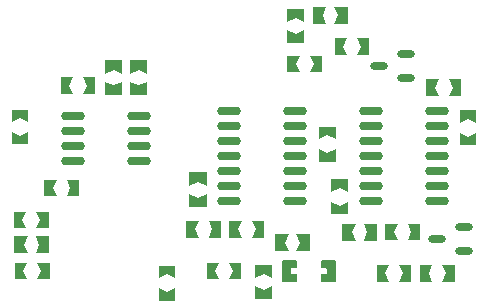
<source format=gtp>
G04 Layer_Color=8421504*
%FSLAX24Y24*%
%MOIN*%
G70*
G01*
G75*
%ADD14O,0.0800X0.0295*%
%ADD17O,0.0591X0.0281*%
G36*
X48278Y36457D02*
X47992Y36585D01*
X47707Y36457D01*
Y36909D01*
X48278D01*
Y36457D01*
D02*
G37*
G36*
X49724Y36398D02*
X49272D01*
X49400Y36683D01*
X49272Y36969D01*
X49724D01*
Y36398D01*
D02*
G37*
G36*
X48888Y36683D02*
X49016Y36398D01*
X48563D01*
Y36969D01*
X49016D01*
X48888Y36683D01*
D02*
G37*
G36*
X48278Y35748D02*
X47707D01*
Y36201D01*
X47992Y36073D01*
X48278Y36201D01*
Y35748D01*
D02*
G37*
G36*
X50453Y35364D02*
X50039D01*
X50167Y35640D01*
X50039Y35915D01*
X50453D01*
Y35364D01*
D02*
G37*
G36*
X49577Y35640D02*
X49705Y35364D01*
X49291D01*
Y35915D01*
X49705D01*
X49577Y35640D01*
D02*
G37*
G36*
X48878Y34793D02*
X48465D01*
X48593Y35069D01*
X48465Y35344D01*
X48878D01*
Y34793D01*
D02*
G37*
G36*
X48002Y35069D02*
X48130Y34793D01*
X47717D01*
Y35344D01*
X48130D01*
X48002Y35069D01*
D02*
G37*
G36*
X43051Y34734D02*
X42766Y34862D01*
X42480Y34734D01*
Y35187D01*
X43051D01*
Y34734D01*
D02*
G37*
G36*
X42215D02*
X41929Y34862D01*
X41644Y34734D01*
Y35187D01*
X42215D01*
Y34734D01*
D02*
G37*
G36*
X43051Y34026D02*
X42480D01*
Y34478D01*
X42766Y34350D01*
X43051Y34478D01*
Y34026D01*
D02*
G37*
G36*
X42215D02*
X41644D01*
Y34478D01*
X41929Y34350D01*
X42215Y34478D01*
Y34026D01*
D02*
G37*
G36*
X41319Y34065D02*
X40906D01*
X41033Y34341D01*
X40906Y34616D01*
X41319D01*
Y34065D01*
D02*
G37*
G36*
X40443Y34341D02*
X40571Y34065D01*
X40157D01*
Y34616D01*
X40571D01*
X40443Y34341D01*
D02*
G37*
G36*
X53514Y33996D02*
X53100D01*
X53228Y34272D01*
X53100Y34547D01*
X53514D01*
Y33996D01*
D02*
G37*
G36*
X52638Y34272D02*
X52766Y33996D01*
X52352D01*
Y34547D01*
X52766D01*
X52638Y34272D01*
D02*
G37*
G36*
X39075Y33130D02*
X38799Y33258D01*
X38524Y33130D01*
Y33543D01*
X39075D01*
Y33130D01*
D02*
G37*
G36*
X54016Y33100D02*
X53740Y33228D01*
X53465Y33100D01*
Y33514D01*
X54016D01*
Y33100D01*
D02*
G37*
G36*
X39075Y32382D02*
X38524D01*
Y32795D01*
X38799Y32667D01*
X39075Y32795D01*
Y32382D01*
D02*
G37*
G36*
X54016Y32352D02*
X53465D01*
Y32766D01*
X53740Y32638D01*
X54016Y32766D01*
Y32352D01*
D02*
G37*
G36*
X49321Y32559D02*
X49045Y32687D01*
X48770Y32559D01*
Y32972D01*
X49321D01*
Y32559D01*
D02*
G37*
G36*
Y31811D02*
X48770D01*
Y32224D01*
X49045Y32096D01*
X49321Y32224D01*
Y31811D01*
D02*
G37*
G36*
X45020Y30994D02*
X44734Y31122D01*
X44449Y30994D01*
Y31447D01*
X45020D01*
Y30994D01*
D02*
G37*
G36*
X49734Y30807D02*
X49459Y30935D01*
X49183Y30807D01*
Y31220D01*
X49734D01*
Y30807D01*
D02*
G37*
G36*
X40768Y30650D02*
X40354D01*
X40482Y30925D01*
X40354Y31201D01*
X40768D01*
Y30650D01*
D02*
G37*
G36*
X39892Y30925D02*
X40020Y30650D01*
X39606D01*
Y31201D01*
X40020D01*
X39892Y30925D01*
D02*
G37*
G36*
X45020Y30285D02*
X44449D01*
Y30738D01*
X44734Y30610D01*
X45020Y30738D01*
Y30285D01*
D02*
G37*
G36*
X49734Y30059D02*
X49183D01*
Y30472D01*
X49459Y30344D01*
X49734Y30472D01*
Y30059D01*
D02*
G37*
G36*
X39754Y29587D02*
X39341D01*
X39469Y29862D01*
X39341Y30138D01*
X39754D01*
Y29587D01*
D02*
G37*
G36*
X38878Y29862D02*
X39006Y29587D01*
X38593D01*
Y30138D01*
X39006D01*
X38878Y29862D01*
D02*
G37*
G36*
X45502Y29272D02*
X45089D01*
X45217Y29547D01*
X45089Y29823D01*
X45502D01*
Y29272D01*
D02*
G37*
G36*
X44626Y29547D02*
X44754Y29272D01*
X44341D01*
Y29823D01*
X44754D01*
X44626Y29547D01*
D02*
G37*
G36*
X46939Y29272D02*
X46526D01*
X46654Y29547D01*
X46526Y29823D01*
X46939D01*
Y29272D01*
D02*
G37*
G36*
X46063Y29547D02*
X46191Y29272D01*
X45778D01*
Y29823D01*
X46191D01*
X46063Y29547D01*
D02*
G37*
G36*
X52136Y29183D02*
X51722D01*
X51850Y29459D01*
X51722Y29734D01*
X52136D01*
Y29183D01*
D02*
G37*
G36*
X51260Y29459D02*
X51388Y29183D01*
X50974D01*
Y29734D01*
X51388D01*
X51260Y29459D01*
D02*
G37*
G36*
X50709Y29173D02*
X50256D01*
X50384Y29459D01*
X50256Y29744D01*
X50709D01*
Y29173D01*
D02*
G37*
G36*
X49872Y29459D02*
X50000Y29173D01*
X49547D01*
Y29744D01*
X50000D01*
X49872Y29459D01*
D02*
G37*
G36*
X48465Y28819D02*
X48012D01*
X48140Y29104D01*
X48012Y29390D01*
X48465D01*
Y28819D01*
D02*
G37*
G36*
X47628Y29104D02*
X47756Y28819D01*
X47303D01*
Y29390D01*
X47756D01*
X47628Y29104D01*
D02*
G37*
G36*
X39774Y28750D02*
X39321D01*
X39449Y29035D01*
X39321Y29321D01*
X39774D01*
Y28750D01*
D02*
G37*
G36*
X38937Y29035D02*
X39065Y28750D01*
X38612D01*
Y29321D01*
X39065D01*
X38937Y29035D01*
D02*
G37*
G36*
X47215Y27923D02*
X46929Y28051D01*
X46644Y27923D01*
Y28376D01*
X47215D01*
Y27923D01*
D02*
G37*
G36*
X43976Y27923D02*
X43701Y28051D01*
X43425Y27923D01*
Y28337D01*
X43976D01*
Y27923D01*
D02*
G37*
G36*
X39793Y27894D02*
X39380D01*
X39508Y28169D01*
X39380Y28445D01*
X39793D01*
Y27894D01*
D02*
G37*
G36*
X38917Y28169D02*
X39045Y27894D01*
X38632D01*
Y28445D01*
X39045D01*
X38917Y28169D01*
D02*
G37*
G36*
X46181Y27884D02*
X45768D01*
X45896Y28159D01*
X45768Y28435D01*
X46181D01*
Y27884D01*
D02*
G37*
G36*
X45305Y28159D02*
X45433Y27884D01*
X45020D01*
Y28435D01*
X45433D01*
X45305Y28159D01*
D02*
G37*
G36*
X53297Y27805D02*
X52884D01*
X53012Y28081D01*
X52884Y28356D01*
X53297D01*
Y27805D01*
D02*
G37*
G36*
X52421Y28081D02*
X52549Y27805D01*
X52136D01*
Y28356D01*
X52549D01*
X52421Y28081D01*
D02*
G37*
G36*
X51850Y27805D02*
X51437D01*
X51565Y28081D01*
X51437Y28356D01*
X51850D01*
Y27805D01*
D02*
G37*
G36*
X50974Y28081D02*
X51102Y27805D01*
X50689D01*
Y28356D01*
X51102D01*
X50974Y28081D01*
D02*
G37*
G36*
X49332Y28511D02*
X49341Y28490D01*
Y27829D01*
X49332Y27808D01*
X49311Y27799D01*
X48859D01*
X48838Y27808D01*
X48829Y27829D01*
Y28031D01*
X48838Y28052D01*
X48859Y28061D01*
X48996D01*
X49017Y28070D01*
X49026Y28091D01*
Y28228D01*
X49017Y28249D01*
X48996Y28258D01*
X48859D01*
X48838Y28267D01*
X48829Y28287D01*
Y28490D01*
X48838Y28511D01*
X48859Y28520D01*
X49311D01*
X49332Y28511D01*
D02*
G37*
G36*
X48032D02*
X48041Y28490D01*
Y28287D01*
X48032Y28267D01*
X48011Y28258D01*
X47874D01*
X47853Y28249D01*
X47844Y28228D01*
Y28091D01*
X47853Y28070D01*
X47874Y28061D01*
X48011D01*
X48032Y28052D01*
X48041Y28031D01*
Y27829D01*
X48032Y27808D01*
X48011Y27799D01*
X47559D01*
X47538Y27808D01*
X47529Y27829D01*
Y28490D01*
X47538Y28511D01*
X47559Y28520D01*
X48011D01*
X48032Y28511D01*
D02*
G37*
G36*
X47215Y27215D02*
X46644D01*
Y27667D01*
X46929Y27539D01*
X47215Y27667D01*
Y27215D01*
D02*
G37*
G36*
X43976Y27175D02*
X43425D01*
Y27589D01*
X43701Y27461D01*
X43976Y27589D01*
Y27175D01*
D02*
G37*
D14*
X40571Y33337D02*
D03*
Y32837D02*
D03*
X42771D02*
D03*
Y33337D02*
D03*
X40571Y31837D02*
D03*
X42771D02*
D03*
X40571Y32337D02*
D03*
X42771D02*
D03*
X47963Y30512D02*
D03*
Y31012D02*
D03*
X45763Y30512D02*
D03*
Y31012D02*
D03*
X47963Y33512D02*
D03*
Y32012D02*
D03*
Y32512D02*
D03*
Y33012D02*
D03*
X45763Y33512D02*
D03*
Y32012D02*
D03*
Y32512D02*
D03*
Y33012D02*
D03*
X47963Y31512D02*
D03*
X45763D02*
D03*
X52687Y30512D02*
D03*
Y31012D02*
D03*
X50487Y30512D02*
D03*
Y31012D02*
D03*
X52687Y33512D02*
D03*
Y32012D02*
D03*
Y32512D02*
D03*
Y33012D02*
D03*
X50487Y33512D02*
D03*
Y32012D02*
D03*
Y32512D02*
D03*
Y33012D02*
D03*
X52687Y31512D02*
D03*
X50487D02*
D03*
D17*
X53607Y28829D02*
D03*
Y29629D02*
D03*
X52697Y29229D02*
D03*
X51668Y34596D02*
D03*
Y35396D02*
D03*
X50758Y34996D02*
D03*
M02*

</source>
